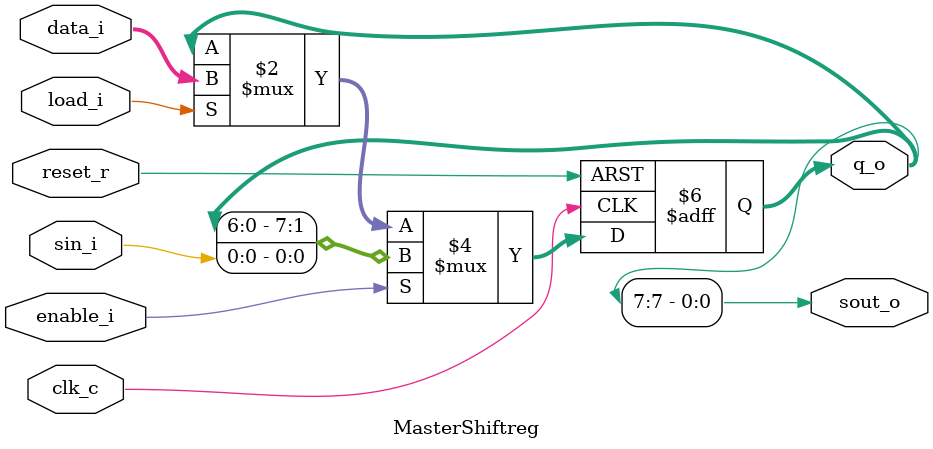
<source format=sv>
module MasterShiftreg #(parameter N = 8)
  				 (input logic 		  clk_c,
   				  input logic 		  reset_r,
                  input logic 		  enable_i,
   				  input logic 		  load_i,
   				  input logic 		  sin_i,
                  input logic [N-1:0] data_i,
                  output logic [N-1:0] q_o,
   				  output logic 		  sout_o
                 );
  always_ff @(posedge clk_c, posedge reset_r)
    begin
      if(reset_r) begin
        q_o <= 0;
      end
      else begin
        if(load_i) begin
          q_o <= data_i;
        end
        if(enable_i) begin
          q_o <= {q_o[N-2:0], sin_i};
        end
      end
    end
  
  assign sout_o = q_o[N-1];
  
endmodule
</source>
